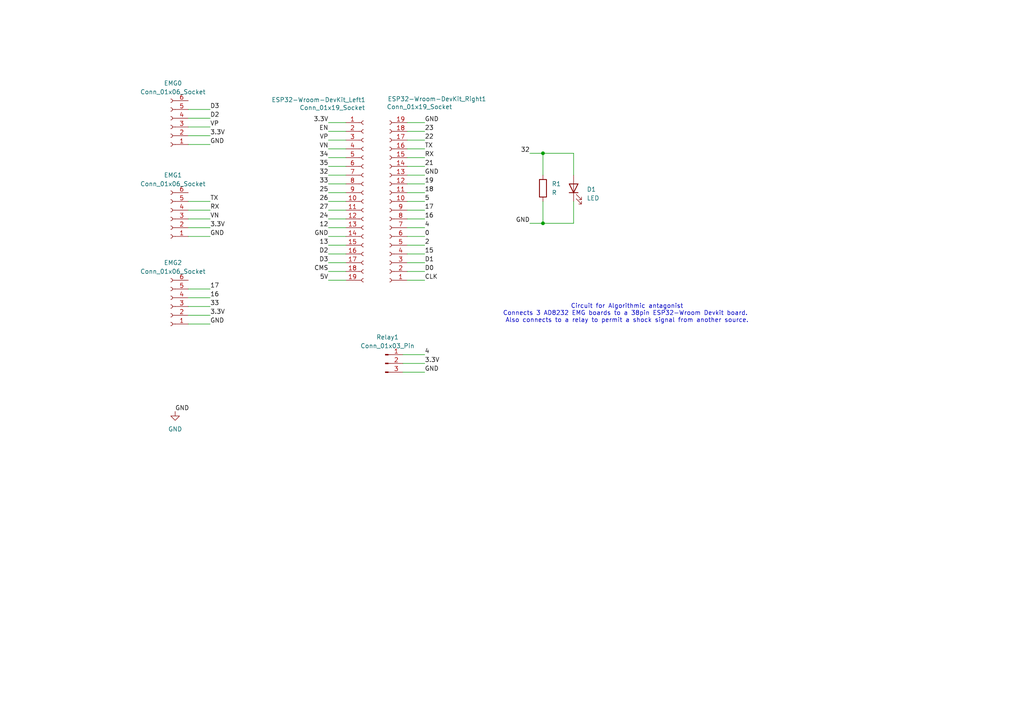
<source format=kicad_sch>
(kicad_sch (version 20250114) (generator "eeschema") (generator_version "9.0")
  (paper "A4")
  (lib_symbols
    (symbol "Connector:Conn_01x03_Pin" (pin_names (offset 1.016) (hide yes))
      (property "Reference" "J" (at 0 5.08 0))
      (property "Value" "Conn_01x03_Pin" (at 0 -5.08 0))
      (symbol "Conn_01x03_Pin_1_1"
        (rectangle (start 0.8636 2.667) (end 0 2.413) (stroke (width 0.1524)) (fill (type outline)))
        (rectangle (start 0.8636 0.127) (end 0 -0.127) (stroke (width 0.1524)) (fill (type outline)))
        (rectangle (start 0.8636 -2.413) (end 0 -2.667) (stroke (width 0.1524)) (fill (type outline)))
        (polyline (pts (xy 1.27 2.54) (xy 0.8636 2.54)) (stroke (width 0.1524)))
        (polyline (pts (xy 1.27 0) (xy 0.8636 0)) (stroke (width 0.1524)))
        (polyline (pts (xy 1.27 -2.54) (xy 0.8636 -2.54)) (stroke (width 0.1524)))
        (pin passive line (at 5.08 2.54 180) (length 3.81) (name "Pin_1") (number "1"))
        (pin passive line (at 5.08 0 180) (length 3.81) (name "Pin_2") (number "2"))
        (pin passive line (at 5.08 -2.54 180) (length 3.81) (name "Pin_3") (number "3"))
      )
    )
    (symbol "Connector:Conn_01x06_Socket" (pin_names (offset 1.016) (hide yes))
      (property "Reference" "J" (at 0 7.62 0))
      (property "Value" "Conn_01x06_Socket" (at 0 -10.16 0))
      (symbol "Conn_01x06_Socket_1_1"
        (polyline (pts (xy -1.27 5.08) (xy -0.508 5.08)) (stroke (width 0.1524)))
        (polyline (pts (xy -1.27 2.54) (xy -0.508 2.54)) (stroke (width 0.1524)))
        (polyline (pts (xy -1.27 0) (xy -0.508 0)) (stroke (width 0.1524)))
        (polyline (pts (xy -1.27 -2.54) (xy -0.508 -2.54)) (stroke (width 0.1524)))
        (polyline (pts (xy -1.27 -5.08) (xy -0.508 -5.08)) (stroke (width 0.1524)))
        (polyline (pts (xy -1.27 -7.62) (xy -0.508 -7.62)) (stroke (width 0.1524)))
        (arc (start 0 4.572) (mid -0.5058 5.08) (end 0 5.588) (stroke (width 0.1524)))
        (arc (start 0 2.032) (mid -0.5058 2.54) (end 0 3.048) (stroke (width 0.1524)))
        (arc (start 0 -0.508) (mid -0.5058 0) (end 0 0.508) (stroke (width 0.1524)))
        (arc (start 0 -3.048) (mid -0.5058 -2.54) (end 0 -2.032) (stroke (width 0.1524)))
        (arc (start 0 -5.588) (mid -0.5058 -5.08) (end 0 -4.572) (stroke (width 0.1524)))
        (arc (start 0 -8.128) (mid -0.5058 -7.62) (end 0 -7.112) (stroke (width 0.1524)))
        (pin passive line (at -5.08 5.08 0) (length 3.81) (name "Pin_1") (number "1"))
        (pin passive line (at -5.08 2.54 0) (length 3.81) (name "Pin_2") (number "2"))
        (pin passive line (at -5.08 0 0) (length 3.81) (name "Pin_3") (number "3"))
        (pin passive line (at -5.08 -2.54 0) (length 3.81) (name "Pin_4") (number "4"))
        (pin passive line (at -5.08 -5.08 0) (length 3.81) (name "Pin_5") (number "5"))
        (pin passive line (at -5.08 -7.62 0) (length 3.81) (name "Pin_6") (number "6"))
      )
    )
    (symbol "Connector:Conn_01x19_Socket" (pin_names (offset 1.016) (hide yes))
      (property "Reference" "J" (at 0 25.4 0))
      (property "Value" "Conn_01x19_Socket" (at 0 -25.4 0))
      (symbol "Conn_01x19_Socket_1_1"
        (polyline (pts (xy -1.27 22.86) (xy -0.508 22.86)) (stroke (width 0.1524)))
        (polyline (pts (xy -1.27 20.32) (xy -0.508 20.32)) (stroke (width 0.1524)))
        (polyline (pts (xy -1.27 17.78) (xy -0.508 17.78)) (stroke (width 0.1524)))
        (polyline (pts (xy -1.27 15.24) (xy -0.508 15.24)) (stroke (width 0.1524)))
        (polyline (pts (xy -1.27 12.7) (xy -0.508 12.7)) (stroke (width 0.1524)))
        (polyline (pts (xy -1.27 10.16) (xy -0.508 10.16)) (stroke (width 0.1524)))
        (polyline (pts (xy -1.27 7.62) (xy -0.508 7.62)) (stroke (width 0.1524)))
        (polyline (pts (xy -1.27 5.08) (xy -0.508 5.08)) (stroke (width 0.1524)))
        (polyline (pts (xy -1.27 2.54) (xy -0.508 2.54)) (stroke (width 0.1524)))
        (polyline (pts (xy -1.27 0) (xy -0.508 0)) (stroke (width 0.1524)))
        (polyline (pts (xy -1.27 -2.54) (xy -0.508 -2.54)) (stroke (width 0.1524)))
        (polyline (pts (xy -1.27 -5.08) (xy -0.508 -5.08)) (stroke (width 0.1524)))
        (polyline (pts (xy -1.27 -7.62) (xy -0.508 -7.62)) (stroke (width 0.1524)))
        (polyline (pts (xy -1.27 -10.16) (xy -0.508 -10.16)) (stroke (width 0.1524)))
        (polyline (pts (xy -1.27 -12.7) (xy -0.508 -12.7)) (stroke (width 0.1524)))
        (polyline (pts (xy -1.27 -15.24) (xy -0.508 -15.24)) (stroke (width 0.1524)))
        (polyline (pts (xy -1.27 -17.78) (xy -0.508 -17.78)) (stroke (width 0.1524)))
        (polyline (pts (xy -1.27 -20.32) (xy -0.508 -20.32)) (stroke (width 0.1524)))
        (polyline (pts (xy -1.27 -22.86) (xy -0.508 -22.86)) (stroke (width 0.1524)))
        (arc (start 0 22.352) (mid -0.5058 22.86) (end 0 23.368) (stroke (width 0.1524)))
        (arc (start 0 19.812) (mid -0.5058 20.32) (end 0 20.828) (stroke (width 0.1524)))
        (arc (start 0 17.272) (mid -0.5058 17.78) (end 0 18.288) (stroke (width 0.1524)))
        (arc (start 0 14.732) (mid -0.5058 15.24) (end 0 15.748) (stroke (width 0.1524)))
        (arc (start 0 12.192) (mid -0.5058 12.7) (end 0 13.208) (stroke (width 0.1524)))
        (arc (start 0 9.652) (mid -0.5058 10.16) (end 0 10.668) (stroke (width 0.1524)))
        (arc (start 0 7.112) (mid -0.5058 7.62) (end 0 8.128) (stroke (width 0.1524)))
        (arc (start 0 4.572) (mid -0.5058 5.08) (end 0 5.588) (stroke (width 0.1524)))
        (arc (start 0 2.032) (mid -0.5058 2.54) (end 0 3.048) (stroke (width 0.1524)))
        (arc (start 0 -0.508) (mid -0.5058 0) (end 0 0.508) (stroke (width 0.1524)))
        (arc (start 0 -3.048) (mid -0.5058 -2.54) (end 0 -2.032) (stroke (width 0.1524)))
        (arc (start 0 -5.588) (mid -0.5058 -5.08) (end 0 -4.572) (stroke (width 0.1524)))
        (arc (start 0 -8.128) (mid -0.5058 -7.62) (end 0 -7.112) (stroke (width 0.1524)))
        (arc (start 0 -10.668) (mid -0.5058 -10.16) (end 0 -9.652) (stroke (width 0.1524)))
        (arc (start 0 -13.208) (mid -0.5058 -12.7) (end 0 -12.192) (stroke (width 0.1524)))
        (arc (start 0 -15.748) (mid -0.5058 -15.24) (end 0 -14.732) (stroke (width 0.1524)))
        (arc (start 0 -18.288) (mid -0.5058 -17.78) (end 0 -17.272) (stroke (width 0.1524)))
        (arc (start 0 -20.828) (mid -0.5058 -20.32) (end 0 -19.812) (stroke (width 0.1524)))
        (arc (start 0 -23.368) (mid -0.5058 -22.86) (end 0 -22.352) (stroke (width 0.1524)))
        (pin passive line (at -5.08 22.86 0) (length 3.81) (name "Pin_1") (number "1"))
        (pin passive line (at -5.08 20.32 0) (length 3.81) (name "Pin_2") (number "2"))
        (pin passive line (at -5.08 17.78 0) (length 3.81) (name "Pin_3") (number "3"))
        (pin passive line (at -5.08 15.24 0) (length 3.81) (name "Pin_4") (number "4"))
        (pin passive line (at -5.08 12.7 0) (length 3.81) (name "Pin_5") (number "5"))
        (pin passive line (at -5.08 10.16 0) (length 3.81) (name "Pin_6") (number "6"))
        (pin passive line (at -5.08 7.62 0) (length 3.81) (name "Pin_7") (number "7"))
        (pin passive line (at -5.08 5.08 0) (length 3.81) (name "Pin_8") (number "8"))
        (pin passive line (at -5.08 2.54 0) (length 3.81) (name "Pin_9") (number "9"))
        (pin passive line (at -5.08 0 0) (length 3.81) (name "Pin_10") (number "10"))
        (pin passive line (at -5.08 -2.54 0) (length 3.81) (name "Pin_11") (number "11"))
        (pin passive line (at -5.08 -5.08 0) (length 3.81) (name "Pin_12") (number "12"))
        (pin passive line (at -5.08 -7.62 0) (length 3.81) (name "Pin_13") (number "13"))
        (pin passive line (at -5.08 -10.16 0) (length 3.81) (name "Pin_14") (number "14"))
        (pin passive line (at -5.08 -12.7 0) (length 3.81) (name "Pin_15") (number "15"))
        (pin passive line (at -5.08 -15.24 0) (length 3.81) (name "Pin_16") (number "16"))
        (pin passive line (at -5.08 -17.78 0) (length 3.81) (name "Pin_17") (number "17"))
        (pin passive line (at -5.08 -20.32 0) (length 3.81) (name "Pin_18") (number "18"))
        (pin passive line (at -5.08 -22.86 0) (length 3.81) (name "Pin_19") (number "19"))
      )
    )
    (symbol "Device:LED" (pin_numbers (hide yes)) (pin_names (offset 1.016) (hide yes))
      (property "Reference" "D" (at 0 2.54 0))
      (property "Value" "LED" (at 0 -2.54 0))
      (symbol "LED_0_1"
        (polyline (pts (xy -3.048 -0.762) (xy -4.572 -2.286) (xy -3.81 -2.286) (xy -4.572 -2.286) (xy -4.572 -1.524)))
        (polyline (pts (xy -1.778 -0.762) (xy -3.302 -2.286) (xy -2.54 -2.286) (xy -3.302 -2.286) (xy -3.302 -1.524)))
        (polyline (pts (xy -1.27 0) (xy 1.27 0)))
        (polyline (pts (xy -1.27 -1.27) (xy -1.27 1.27)) (stroke (width 0.254)))
        (polyline (pts (xy 1.27 -1.27) (xy 1.27 1.27) (xy -1.27 0) (xy 1.27 -1.27)) (stroke (width 0.254)))
      )
      (symbol "LED_1_1"
        (pin passive line (at -3.81 0 0) (length 2.54) (name "K") (number "1"))
        (pin passive line (at 3.81 0 180) (length 2.54) (name "A") (number "2"))
      )
    )
    (symbol "Device:R" (pin_numbers (hide yes)) (pin_names (offset 0))
      (property "Reference" "R" (at 2.032 0 90))
      (property "Value" "R" (at 0 0 90))
      (symbol "R_0_1"
        (rectangle (start -1.016 -2.54) (end 1.016 2.54) (stroke (width 0.254)))
      )
      (symbol "R_1_1"
        (pin passive line (at 0 3.81 270) (length 1.27) (name "~") (number "1"))
        (pin passive line (at 0 -3.81 90) (length 1.27) (name "~") (number "2"))
      )
    )
    (symbol "power:GND" (power) (pin_numbers (hide yes)) (pin_names (offset 0) (hide yes))
      (property "Value" "GND" (at 0 -3.81 0))
      (symbol "GND_0_1"
        (polyline (pts (xy 0 0) (xy 0 -1.27) (xy 1.27 -1.27) (xy 0 -2.54) (xy -1.27 -1.27) (xy 0 -1.27)))
      )
      (symbol "GND_1_1"
        (pin power_in line (at 0 0 270) (length 0) (name "~") (number "1"))
      )
    )
  )
  (text "Circuit for Algorithmic antagonist\nConnects 3 AD8232 EMG boards to a 38pin ESP32-Wroom Devkit board. \nAlso connects to a relay to permit a shock signal from another source." (at 181.864 90.932 0) (effects (font (size 1.27 1.27))))
  (junction (at 157.48 44.45))
  (junction (at 157.48 64.77))
  (wire (pts (xy 95.25 38.1) (xy 100.33 38.1)))
  (wire (pts (xy 118.11 66.04) (xy 123.19 66.04)))
  (wire (pts (xy 54.61 31.75) (xy 60.96 31.75)))
  (wire (pts (xy 54.61 63.5) (xy 60.96 63.5)))
  (wire (pts (xy 157.48 58.42) (xy 157.48 64.77)))
  (wire (pts (xy 95.25 55.88) (xy 100.33 55.88)))
  (wire (pts (xy 118.11 81.28) (xy 123.19 81.28)))
  (wire (pts (xy 153.67 44.45) (xy 157.48 44.45)))
  (wire (pts (xy 95.25 40.64) (xy 100.33 40.64)))
  (wire (pts (xy 95.25 60.96) (xy 100.33 60.96)))
  (wire (pts (xy 95.25 63.5) (xy 100.33 63.5)))
  (wire (pts (xy 157.48 44.45) (xy 166.37 44.45)))
  (wire (pts (xy 95.25 45.72) (xy 100.33 45.72)))
  (wire (pts (xy 118.11 40.64) (xy 123.19 40.64)))
  (wire (pts (xy 54.61 88.9) (xy 60.96 88.9)))
  (wire (pts (xy 118.11 43.18) (xy 123.19 43.18)))
  (wire (pts (xy 118.11 38.1) (xy 123.19 38.1)))
  (wire (pts (xy 95.25 53.34) (xy 100.33 53.34)))
  (wire (pts (xy 118.11 53.34) (xy 123.19 53.34)))
  (wire (pts (xy 54.61 39.37) (xy 60.96 39.37)))
  (wire (pts (xy 118.11 55.88) (xy 123.19 55.88)))
  (wire (pts (xy 118.11 58.42) (xy 123.19 58.42)))
  (wire (pts (xy 95.25 73.66) (xy 100.33 73.66)))
  (wire (pts (xy 54.61 58.42) (xy 60.96 58.42)))
  (wire (pts (xy 95.25 48.26) (xy 100.33 48.26)))
  (wire (pts (xy 54.61 66.04) (xy 60.96 66.04)))
  (wire (pts (xy 166.37 44.45) (xy 166.37 50.8)))
  (wire (pts (xy 118.11 78.74) (xy 123.19 78.74)))
  (wire (pts (xy 118.11 68.58) (xy 123.19 68.58)))
  (wire (pts (xy 153.67 64.77) (xy 157.48 64.77)))
  (wire (pts (xy 118.11 73.66) (xy 123.19 73.66)))
  (wire (pts (xy 116.84 107.95) (xy 123.19 107.95)))
  (wire (pts (xy 95.25 43.18) (xy 100.33 43.18)))
  (wire (pts (xy 118.11 71.12) (xy 123.19 71.12)))
  (wire (pts (xy 166.37 64.77) (xy 157.48 64.77)))
  (wire (pts (xy 116.84 105.41) (xy 123.19 105.41)))
  (wire (pts (xy 54.61 60.96) (xy 60.96 60.96)))
  (wire (pts (xy 118.11 45.72) (xy 123.19 45.72)))
  (wire (pts (xy 54.61 93.98) (xy 60.96 93.98)))
  (wire (pts (xy 54.61 68.58) (xy 60.96 68.58)))
  (wire (pts (xy 95.25 81.28) (xy 100.33 81.28)))
  (wire (pts (xy 95.25 78.74) (xy 100.33 78.74)))
  (wire (pts (xy 95.25 66.04) (xy 100.33 66.04)))
  (wire (pts (xy 54.61 86.36) (xy 60.96 86.36)))
  (wire (pts (xy 95.25 71.12) (xy 100.33 71.12)))
  (wire (pts (xy 118.11 63.5) (xy 123.19 63.5)))
  (wire (pts (xy 95.25 35.56) (xy 100.33 35.56)))
  (wire (pts (xy 95.25 68.58) (xy 100.33 68.58)))
  (wire (pts (xy 54.61 91.44) (xy 60.96 91.44)))
  (wire (pts (xy 118.11 50.8) (xy 123.19 50.8)))
  (wire (pts (xy 118.11 60.96) (xy 123.19 60.96)))
  (wire (pts (xy 54.61 36.83) (xy 60.96 36.83)))
  (wire (pts (xy 54.61 83.82) (xy 60.96 83.82)))
  (wire (pts (xy 166.37 58.42) (xy 166.37 64.77)))
  (wire (pts (xy 118.11 35.56) (xy 123.19 35.56)))
  (wire (pts (xy 118.11 48.26) (xy 123.19 48.26)))
  (wire (pts (xy 157.48 44.45) (xy 157.48 50.8)))
  (wire (pts (xy 54.61 41.91) (xy 60.96 41.91)))
  (wire (pts (xy 54.61 34.29) (xy 60.96 34.29)))
  (wire (pts (xy 95.25 58.42) (xy 100.33 58.42)))
  (wire (pts (xy 118.11 76.2) (xy 123.19 76.2)))
  (wire (pts (xy 95.25 76.2) (xy 100.33 76.2)))
  (wire (pts (xy 116.84 102.87) (xy 123.19 102.87)))
  (wire (pts (xy 95.25 50.8) (xy 100.33 50.8)))
  (label "RX" (at 123.19 45.72 0))
  (label "4" (at 123.19 66.04 0))
  (label "25" (at 95.25 55.88 180))
  (label "5" (at 123.19 58.42 0))
  (label "GND" (at 60.96 68.58 0))
  (label "D2" (at 95.25 73.66 180))
  (label "VP" (at 95.25 40.64 180))
  (label "TX" (at 123.19 43.18 0))
  (label "RX" (at 60.96 60.96 0))
  (label "3.3V" (at 60.96 39.37 0))
  (label "3.3V" (at 60.96 91.44 0))
  (label "GND" (at 153.67 64.77 180))
  (label "35" (at 95.25 48.26 180))
  (label "D3" (at 60.96 31.75 0))
  (label "16" (at 60.96 86.36 0))
  (label "4" (at 123.19 102.87 0))
  (label "17" (at 123.19 60.96 0))
  (label "GND" (at 123.19 50.8 0))
  (label "32" (at 153.67 44.45 180))
  (label "GND" (at 60.96 41.91 0))
  (label "CLK" (at 123.19 81.28 0))
  (label "TX" (at 60.96 58.42 0))
  (label "0" (at 123.19 68.58 0))
  (label "GND" (at 60.96 93.98 0))
  (label "3.3V" (at 60.96 66.04 0))
  (label "D2" (at 60.96 34.29 0))
  (label "D1" (at 123.19 76.2 0))
  (label "15" (at 123.19 73.66 0))
  (label "13" (at 95.25 71.12 180))
  (label "18" (at 123.19 55.88 0))
  (label "34" (at 95.25 45.72 180))
  (label "2" (at 123.19 71.12 0))
  (label "33" (at 60.96 88.9 0))
  (label "19" (at 123.19 53.34 0))
  (label "21" (at 123.19 48.26 0))
  (label "GND" (at 50.8 119.38 0))
  (label "D0" (at 123.19 78.74 0))
  (label "CMS" (at 95.25 78.74 180))
  (label "16" (at 123.19 63.5 0))
  (label "5V" (at 95.25 81.28 180))
  (label "17" (at 60.96 83.82 0))
  (label "VN" (at 60.96 63.5 0))
  (label "D3" (at 95.25 76.2 180))
  (label "22" (at 123.19 40.64 0))
  (label "26" (at 95.25 58.42 180))
  (label "23" (at 123.19 38.1 0))
  (label "3.3V" (at 95.25 35.56 180))
  (label "27" (at 95.25 60.96 180))
  (label "GND" (at 123.19 35.56 0))
  (label "3.3V" (at 123.19 105.41 0))
  (label "VN" (at 95.25 43.18 180))
  (label "EN" (at 95.25 38.1 180))
  (label "GND" (at 95.25 68.58 180))
  (label "GND" (at 123.19 107.95 0))
  (label "33" (at 95.25 53.34 180))
  (label "32" (at 95.25 50.8 180))
  (label "24" (at 95.25 63.5 180))
  (label "VP" (at 60.96 36.83 0))
  (label "12" (at 95.25 66.04 180))
  (symbol (lib_id "Connector:Conn_01x06_Socket") (at 49.53 36.83 180) (unit 1)
    (property "Reference" "EMG0" (at 50.165 24.13 0))
    (property "Value" "Conn_01x06_Socket" (at 50.165 26.67 0))
    (property "Footprint" "Connector_PinSocket_2.54mm:PinSocket_1x06_P2.54mm_Vertical" (effects (hide yes)))
    (property "Description" "Generic connector, single row, 01x06, script generated" (effects (hide yes)))
  )
  (symbol (lib_id "Connector:Conn_01x03_Pin") (at 111.76 105.41 0) (unit 1)
    (property "Reference" "Relay1" (at 112.395 97.79 0))
    (property "Value" "Conn_01x03_Pin" (at 112.395 100.33 0))
    (property "Footprint" "Connector_PinSocket_2.54mm:PinSocket_1x03_P2.54mm_Horizontal" (effects (hide yes)))
    (property "Description" "Generic connector, single row, 01x03, script generated" (effects (hide yes)))
  )
  (symbol (lib_id "Connector:Conn_01x06_Socket") (at 49.53 88.9 180) (unit 1)
    (property "Reference" "EMG2" (at 50.165 76.2 0))
    (property "Value" "Conn_01x06_Socket" (at 50.165 78.74 0))
    (property "Footprint" "Connector_PinSocket_2.54mm:PinSocket_1x06_P2.54mm_Vertical" (effects (hide yes)))
    (property "Description" "Generic connector, single row, 01x06, script generated" (effects (hide yes)))
  )
  (symbol (lib_id "Connector:Conn_01x19_Socket") (at 113.03 58.42 180) (unit 1)
    (property "Reference" "ESP32-Wroom-DevKit_Right1" (at 126.746 28.702 0))
    (property "Value" "Conn_01x19_Socket" (at 121.666 30.988 0))
    (property "Footprint" "Connector_PinSocket_2.54mm:PinSocket_1x19_P2.54mm_Vertical" (effects (hide yes)))
    (property "Description" "Generic connector, single row, 01x19, script generated" (effects (hide yes)))
  )
  (symbol (lib_id "Device:LED") (at 166.37 54.61 90) (unit 1)
    (property "Reference" "D1" (at 170.18 54.9274 90) (effects (justify right)))
    (property "Value" "LED" (at 170.18 57.4674 90) (effects (justify right)))
    (property "Footprint" "LED_THT:LED_D5.0mm" (effects (hide yes)))
    (property "Description" "Light emitting diode" (effects (hide yes)))
  )
  (symbol (lib_id "Connector:Conn_01x06_Socket") (at 49.53 63.5 180) (unit 1)
    (property "Reference" "EMG1" (at 50.165 50.8 0))
    (property "Value" "Conn_01x06_Socket" (at 50.165 53.34 0))
    (property "Footprint" "Connector_PinSocket_2.54mm:PinSocket_1x06_P2.54mm_Vertical" (effects (hide yes)))
    (property "Description" "Generic connector, single row, 01x06, script generated" (effects (hide yes)))
  )
  (symbol (lib_id "Device:R") (at 157.48 54.61 0) (unit 1)
    (property "Reference" "R1" (at 160.02 53.3399 0) (effects (justify left)))
    (property "Value" "R" (at 160.02 55.8799 0) (effects (justify left)))
    (property "Footprint" "Resistor_THT:R_Axial_DIN0207_L6.3mm_D2.5mm_P15.24mm_Horizontal" (effects (hide yes)))
    (property "Description" "Resistor" (effects (hide yes)))
  )
  (symbol (lib_id "Connector:Conn_01x19_Socket") (at 105.41 58.42 0) (unit 1)
    (property "Reference" "ESP32-Wroom-DevKit_Left1" (at 78.74 28.956 0) (effects (justify left)))
    (property "Value" "Conn_01x19_Socket" (at 86.868 31.242 0) (effects (justify left)))
    (property "Footprint" "Connector_PinSocket_2.54mm:PinSocket_1x19_P2.54mm_Vertical" (effects (hide yes)))
    (property "Description" "Generic connector, single row, 01x19, script generated" (effects (hide yes)))
  )
  (symbol (lib_id "power:GND") (at 50.8 119.38 0) (unit 1)
    (property "Reference" "#PWR01" (effects (hide yes)))
    (property "Value" "GND" (at 50.8 124.46 0))
    (property "Description" "Power symbol creates a global label with name \"GND\" , ground" (effects (hide yes)))
  )
)
</source>
